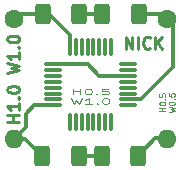
<source format=gbr>
%TF.GenerationSoftware,KiCad,Pcbnew,6.0.2+dfsg-1*%
%TF.CreationDate,2023-04-22T23:05:18-04:00*%
%TF.ProjectId,solder_mask,736f6c64-6572-45f6-9d61-736b2e6b6963,rev?*%
%TF.SameCoordinates,Original*%
%TF.FileFunction,Copper,L1,Top*%
%TF.FilePolarity,Positive*%
%FSLAX46Y46*%
G04 Gerber Fmt 4.6, Leading zero omitted, Abs format (unit mm)*
G04 Created by KiCad (PCBNEW 6.0.2+dfsg-1) date 2023-04-22 23:05:18*
%MOMM*%
%LPD*%
G01*
G04 APERTURE LIST*
G04 Aperture macros list*
%AMRoundRect*
0 Rectangle with rounded corners*
0 $1 Rounding radius*
0 $2 $3 $4 $5 $6 $7 $8 $9 X,Y pos of 4 corners*
0 Add a 4 corners polygon primitive as box body*
4,1,4,$2,$3,$4,$5,$6,$7,$8,$9,$2,$3,0*
0 Add four circle primitives for the rounded corners*
1,1,$1+$1,$2,$3*
1,1,$1+$1,$4,$5*
1,1,$1+$1,$6,$7*
1,1,$1+$1,$8,$9*
0 Add four rect primitives between the rounded corners*
20,1,$1+$1,$2,$3,$4,$5,0*
20,1,$1+$1,$4,$5,$6,$7,0*
20,1,$1+$1,$6,$7,$8,$9,0*
20,1,$1+$1,$8,$9,$2,$3,0*%
G04 Aperture macros list end*
%ADD10C,0.250000*%
%TA.AperFunction,NonConductor*%
%ADD11C,0.250000*%
%TD*%
%ADD12C,0.125000*%
%TA.AperFunction,NonConductor*%
%ADD13C,0.125000*%
%TD*%
%TA.AperFunction,SMDPad,CuDef*%
%ADD14RoundRect,0.250000X0.400000X0.625000X-0.400000X0.625000X-0.400000X-0.625000X0.400000X-0.625000X0*%
%TD*%
%TA.AperFunction,SMDPad,CuDef*%
%ADD15RoundRect,0.075000X-0.075000X-0.675000X0.075000X-0.675000X0.075000X0.675000X-0.075000X0.675000X0*%
%TD*%
%TA.AperFunction,SMDPad,CuDef*%
%ADD16RoundRect,0.075000X-0.675000X-0.075000X0.675000X-0.075000X0.675000X0.075000X-0.675000X0.075000X0*%
%TD*%
%TA.AperFunction,ComponentPad*%
%ADD17C,1.600000*%
%TD*%
%TA.AperFunction,ComponentPad*%
%ADD18O,1.600000X1.600000*%
%TD*%
%TA.AperFunction,Conductor*%
%ADD19C,0.300000*%
%TD*%
G04 APERTURE END LIST*
D10*
D11*
X144476190Y-53452380D02*
X144476190Y-52452380D01*
X145047619Y-53452380D01*
X145047619Y-52452380D01*
X145523809Y-53452380D02*
X145523809Y-52452380D01*
X146571428Y-53357142D02*
X146523809Y-53404761D01*
X146380952Y-53452380D01*
X146285714Y-53452380D01*
X146142857Y-53404761D01*
X146047619Y-53309523D01*
X146000000Y-53214285D01*
X145952380Y-53023809D01*
X145952380Y-52880952D01*
X146000000Y-52690476D01*
X146047619Y-52595238D01*
X146142857Y-52500000D01*
X146285714Y-52452380D01*
X146380952Y-52452380D01*
X146523809Y-52500000D01*
X146571428Y-52547619D01*
X147000000Y-53452380D02*
X147000000Y-52452380D01*
X147571428Y-53452380D02*
X147142857Y-52880952D01*
X147571428Y-52452380D02*
X147000000Y-53023809D01*
D12*
D13*
X147823690Y-58738095D02*
X147323690Y-58738095D01*
X147561785Y-58738095D02*
X147561785Y-58452380D01*
X147823690Y-58452380D02*
X147323690Y-58452380D01*
X147323690Y-58119047D02*
X147323690Y-58071428D01*
X147347500Y-58023809D01*
X147371309Y-58000000D01*
X147418928Y-57976190D01*
X147514166Y-57952380D01*
X147633214Y-57952380D01*
X147728452Y-57976190D01*
X147776071Y-58000000D01*
X147799880Y-58023809D01*
X147823690Y-58071428D01*
X147823690Y-58119047D01*
X147799880Y-58166666D01*
X147776071Y-58190476D01*
X147728452Y-58214285D01*
X147633214Y-58238095D01*
X147514166Y-58238095D01*
X147418928Y-58214285D01*
X147371309Y-58190476D01*
X147347500Y-58166666D01*
X147323690Y-58119047D01*
X147776071Y-57738095D02*
X147799880Y-57714285D01*
X147823690Y-57738095D01*
X147799880Y-57761904D01*
X147776071Y-57738095D01*
X147823690Y-57738095D01*
X147323690Y-57261904D02*
X147323690Y-57500000D01*
X147561785Y-57523809D01*
X147537976Y-57500000D01*
X147514166Y-57452380D01*
X147514166Y-57333333D01*
X147537976Y-57285714D01*
X147561785Y-57261904D01*
X147609404Y-57238095D01*
X147728452Y-57238095D01*
X147776071Y-57261904D01*
X147799880Y-57285714D01*
X147823690Y-57333333D01*
X147823690Y-57452380D01*
X147799880Y-57500000D01*
X147776071Y-57523809D01*
X148128690Y-58809523D02*
X148628690Y-58690476D01*
X148271547Y-58595238D01*
X148628690Y-58500000D01*
X148128690Y-58380952D01*
X148128690Y-58095238D02*
X148128690Y-58047619D01*
X148152500Y-58000000D01*
X148176309Y-57976190D01*
X148223928Y-57952380D01*
X148319166Y-57928571D01*
X148438214Y-57928571D01*
X148533452Y-57952380D01*
X148581071Y-57976190D01*
X148604880Y-58000000D01*
X148628690Y-58047619D01*
X148628690Y-58095238D01*
X148604880Y-58142857D01*
X148581071Y-58166666D01*
X148533452Y-58190476D01*
X148438214Y-58214285D01*
X148319166Y-58214285D01*
X148223928Y-58190476D01*
X148176309Y-58166666D01*
X148152500Y-58142857D01*
X148128690Y-58095238D01*
X148581071Y-57714285D02*
X148604880Y-57690476D01*
X148628690Y-57714285D01*
X148604880Y-57738095D01*
X148581071Y-57714285D01*
X148628690Y-57714285D01*
X148128690Y-57238095D02*
X148128690Y-57476190D01*
X148366785Y-57500000D01*
X148342976Y-57476190D01*
X148319166Y-57428571D01*
X148319166Y-57309523D01*
X148342976Y-57261904D01*
X148366785Y-57238095D01*
X148414404Y-57214285D01*
X148533452Y-57214285D01*
X148581071Y-57238095D01*
X148604880Y-57261904D01*
X148628690Y-57309523D01*
X148628690Y-57428571D01*
X148604880Y-57476190D01*
X148581071Y-57500000D01*
D10*
D11*
X135452380Y-59619047D02*
X134452380Y-59619047D01*
X134928571Y-59619047D02*
X134928571Y-59047619D01*
X135452380Y-59047619D02*
X134452380Y-59047619D01*
X135452380Y-58047619D02*
X135452380Y-58619047D01*
X135452380Y-58333333D02*
X134452380Y-58333333D01*
X134595238Y-58428571D01*
X134690476Y-58523809D01*
X134738095Y-58619047D01*
X135357142Y-57619047D02*
X135404761Y-57571428D01*
X135452380Y-57619047D01*
X135404761Y-57666666D01*
X135357142Y-57619047D01*
X135452380Y-57619047D01*
X134452380Y-56952380D02*
X134452380Y-56857142D01*
X134500000Y-56761904D01*
X134547619Y-56714285D01*
X134642857Y-56666666D01*
X134833333Y-56619047D01*
X135071428Y-56619047D01*
X135261904Y-56666666D01*
X135357142Y-56714285D01*
X135404761Y-56761904D01*
X135452380Y-56857142D01*
X135452380Y-56952380D01*
X135404761Y-57047619D01*
X135357142Y-57095238D01*
X135261904Y-57142857D01*
X135071428Y-57190476D01*
X134833333Y-57190476D01*
X134642857Y-57142857D01*
X134547619Y-57095238D01*
X134500000Y-57047619D01*
X134452380Y-56952380D01*
X134452380Y-55523809D02*
X135452380Y-55285714D01*
X134738095Y-55095238D01*
X135452380Y-54904761D01*
X134452380Y-54666666D01*
X135452380Y-53761904D02*
X135452380Y-54333333D01*
X135452380Y-54047619D02*
X134452380Y-54047619D01*
X134595238Y-54142857D01*
X134690476Y-54238095D01*
X134738095Y-54333333D01*
X135357142Y-53333333D02*
X135404761Y-53285714D01*
X135452380Y-53333333D01*
X135404761Y-53380952D01*
X135357142Y-53333333D01*
X135452380Y-53333333D01*
X134452380Y-52666666D02*
X134452380Y-52571428D01*
X134500000Y-52476190D01*
X134547619Y-52428571D01*
X134642857Y-52380952D01*
X134833333Y-52333333D01*
X135071428Y-52333333D01*
X135261904Y-52380952D01*
X135357142Y-52428571D01*
X135404761Y-52476190D01*
X135452380Y-52571428D01*
X135452380Y-52666666D01*
X135404761Y-52761904D01*
X135357142Y-52809523D01*
X135261904Y-52857142D01*
X135071428Y-52904761D01*
X134833333Y-52904761D01*
X134642857Y-52857142D01*
X134547619Y-52809523D01*
X134500000Y-52761904D01*
X134452380Y-52666666D01*
D12*
D13*
X140023809Y-57323690D02*
X140023809Y-56823690D01*
X140023809Y-57061785D02*
X140595238Y-57061785D01*
X140595238Y-57323690D02*
X140595238Y-56823690D01*
X141261904Y-56823690D02*
X141357142Y-56823690D01*
X141452380Y-56847500D01*
X141500000Y-56871309D01*
X141547619Y-56918928D01*
X141595238Y-57014166D01*
X141595238Y-57133214D01*
X141547619Y-57228452D01*
X141500000Y-57276071D01*
X141452380Y-57299880D01*
X141357142Y-57323690D01*
X141261904Y-57323690D01*
X141166666Y-57299880D01*
X141119047Y-57276071D01*
X141071428Y-57228452D01*
X141023809Y-57133214D01*
X141023809Y-57014166D01*
X141071428Y-56918928D01*
X141119047Y-56871309D01*
X141166666Y-56847500D01*
X141261904Y-56823690D01*
X142023809Y-57276071D02*
X142071428Y-57299880D01*
X142023809Y-57323690D01*
X141976190Y-57299880D01*
X142023809Y-57276071D01*
X142023809Y-57323690D01*
X142976190Y-56823690D02*
X142500000Y-56823690D01*
X142452380Y-57061785D01*
X142500000Y-57037976D01*
X142595238Y-57014166D01*
X142833333Y-57014166D01*
X142928571Y-57037976D01*
X142976190Y-57061785D01*
X143023809Y-57109404D01*
X143023809Y-57228452D01*
X142976190Y-57276071D01*
X142928571Y-57299880D01*
X142833333Y-57323690D01*
X142595238Y-57323690D01*
X142500000Y-57299880D01*
X142452380Y-57276071D01*
X139880952Y-57628690D02*
X140119047Y-58128690D01*
X140309523Y-57771547D01*
X140500000Y-58128690D01*
X140738095Y-57628690D01*
X141642857Y-58128690D02*
X141071428Y-58128690D01*
X141357142Y-58128690D02*
X141357142Y-57628690D01*
X141261904Y-57700119D01*
X141166666Y-57747738D01*
X141071428Y-57771547D01*
X142071428Y-58081071D02*
X142119047Y-58104880D01*
X142071428Y-58128690D01*
X142023809Y-58104880D01*
X142071428Y-58081071D01*
X142071428Y-58128690D01*
X142738095Y-57628690D02*
X142833333Y-57628690D01*
X142928571Y-57652500D01*
X142976190Y-57676309D01*
X143023809Y-57723928D01*
X143071428Y-57819166D01*
X143071428Y-57938214D01*
X143023809Y-58033452D01*
X142976190Y-58081071D01*
X142928571Y-58104880D01*
X142833333Y-58128690D01*
X142738095Y-58128690D01*
X142642857Y-58104880D01*
X142595238Y-58081071D01*
X142547619Y-58033452D01*
X142500000Y-57938214D01*
X142500000Y-57819166D01*
X142547619Y-57723928D01*
X142595238Y-57676309D01*
X142642857Y-57652500D01*
X142738095Y-57628690D01*
D14*
%TO.P,REF\u002A\u002A,1*%
%TO.N,N/C*%
X140500000Y-62500000D03*
%TO.P,REF\u002A\u002A,2*%
X137400000Y-62500000D03*
%TD*%
D15*
%TO.P,REF\u002A\u002A,32*%
%TO.N,N/C*%
X139750000Y-53325000D03*
%TO.P,REF\u002A\u002A,31*%
X140250000Y-53325000D03*
%TO.P,REF\u002A\u002A,30*%
X140750000Y-53325000D03*
%TO.P,REF\u002A\u002A,29*%
X141250000Y-53325000D03*
%TO.P,REF\u002A\u002A,28*%
X141750000Y-53325000D03*
%TO.P,REF\u002A\u002A,27*%
X142250000Y-53325000D03*
%TO.P,REF\u002A\u002A,26*%
X142750000Y-53325000D03*
%TO.P,REF\u002A\u002A,25*%
X143250000Y-53325000D03*
D16*
%TO.P,REF\u002A\u002A,24*%
X144675000Y-54750000D03*
%TO.P,REF\u002A\u002A,23*%
X144675000Y-55250000D03*
%TO.P,REF\u002A\u002A,22*%
X144675000Y-55750000D03*
%TO.P,REF\u002A\u002A,21*%
X144675000Y-56250000D03*
%TO.P,REF\u002A\u002A,20*%
X144675000Y-56750000D03*
%TO.P,REF\u002A\u002A,19*%
X144675000Y-57250000D03*
%TO.P,REF\u002A\u002A,18*%
X144675000Y-57750000D03*
%TO.P,REF\u002A\u002A,17*%
X144675000Y-58250000D03*
D15*
%TO.P,REF\u002A\u002A,16*%
X143250000Y-59675000D03*
%TO.P,REF\u002A\u002A,15*%
X142750000Y-59675000D03*
%TO.P,REF\u002A\u002A,14*%
X142250000Y-59675000D03*
%TO.P,REF\u002A\u002A,13*%
X141750000Y-59675000D03*
%TO.P,REF\u002A\u002A,12*%
X141250000Y-59675000D03*
%TO.P,REF\u002A\u002A,11*%
X140750000Y-59675000D03*
%TO.P,REF\u002A\u002A,10*%
X140250000Y-59675000D03*
%TO.P,REF\u002A\u002A,9*%
X139750000Y-59675000D03*
D16*
%TO.P,REF\u002A\u002A,8*%
X138325000Y-58250000D03*
%TO.P,REF\u002A\u002A,7*%
X138325000Y-57750000D03*
%TO.P,REF\u002A\u002A,6*%
X138325000Y-57250000D03*
%TO.P,REF\u002A\u002A,5*%
X138325000Y-56750000D03*
%TO.P,REF\u002A\u002A,4*%
X138325000Y-56250000D03*
%TO.P,REF\u002A\u002A,3*%
X138325000Y-55750000D03*
%TO.P,REF\u002A\u002A,2*%
X138325000Y-55250000D03*
%TO.P,REF\u002A\u002A,1*%
X138325000Y-54750000D03*
%TD*%
D17*
%TO.P,REF\u002A\u002A,1*%
%TO.N,N/C*%
X148000000Y-50920000D03*
D18*
%TO.P,REF\u002A\u002A,2*%
X148000000Y-61080000D03*
%TD*%
D14*
%TO.P,REF\u002A\u002A,1*%
%TO.N,N/C*%
X145600000Y-50500000D03*
%TO.P,REF\u002A\u002A,2*%
X142500000Y-50500000D03*
%TD*%
D17*
%TO.P,REF\u002A\u002A,1*%
%TO.N,N/C*%
X135000000Y-50920000D03*
D18*
%TO.P,REF\u002A\u002A,2*%
X135000000Y-61080000D03*
%TD*%
D14*
%TO.P,REF\u002A\u002A,1*%
%TO.N,N/C*%
X140550000Y-50500000D03*
%TO.P,REF\u002A\u002A,2*%
X137450000Y-50500000D03*
%TD*%
%TO.P,REF\u002A\u002A,1*%
%TO.N,N/C*%
X145550000Y-62500000D03*
%TO.P,REF\u002A\u002A,2*%
X142450000Y-62500000D03*
%TD*%
D19*
%TO.N,*%
X144675000Y-57750000D02*
X145750000Y-57750000D01*
X145750000Y-57750000D02*
X148500000Y-55000000D01*
X148500000Y-55000000D02*
X148500000Y-51420000D01*
X148500000Y-51420000D02*
X148000000Y-50920000D01*
X141250000Y-54750000D02*
X142250000Y-55750000D01*
X142250000Y-55750000D02*
X144675000Y-55750000D01*
X138325000Y-54750000D02*
X141250000Y-54750000D01*
X144670048Y-55754952D02*
X144675000Y-55750000D01*
X136000000Y-60080000D02*
X136000000Y-59000000D01*
X135000000Y-61080000D02*
X136000000Y-60080000D01*
X136000000Y-59000000D02*
X136750000Y-58250000D01*
X136750000Y-58250000D02*
X138325000Y-58250000D01*
X139750000Y-53325000D02*
X139750000Y-52250000D01*
X139750000Y-52250000D02*
X138000000Y-50500000D01*
X138000000Y-50500000D02*
X137450000Y-50500000D01*
X140550000Y-50500000D02*
X142500000Y-50500000D01*
X140500000Y-62500000D02*
X142450000Y-62500000D01*
X147000000Y-61050000D02*
X147000000Y-61000000D01*
X145550000Y-62500000D02*
X147000000Y-61050000D01*
X147000000Y-61000000D02*
X147920000Y-61000000D01*
X147920000Y-61000000D02*
X148000000Y-61080000D01*
X135000000Y-61080000D02*
X135980000Y-61080000D01*
X135980000Y-61080000D02*
X137400000Y-62500000D01*
X145600000Y-50500000D02*
X147580000Y-50500000D01*
X147580000Y-50500000D02*
X148000000Y-50920000D01*
X135000000Y-50920000D02*
X135420000Y-50500000D01*
X135420000Y-50500000D02*
X137450000Y-50500000D01*
%TD*%
M02*

</source>
